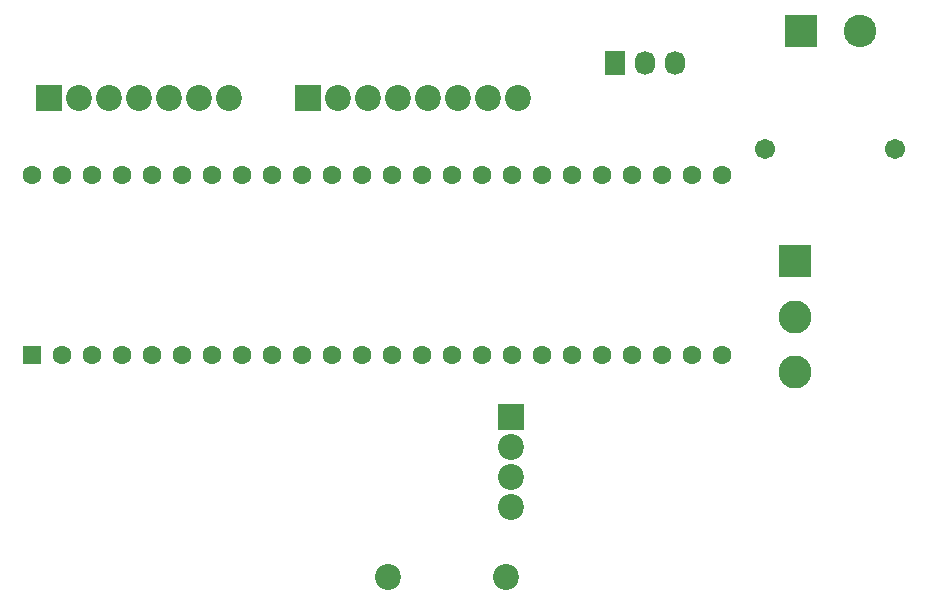
<source format=gbr>
%TF.GenerationSoftware,KiCad,Pcbnew,7.0.8*%
%TF.CreationDate,2024-02-12T15:09:04-05:00*%
%TF.ProjectId,wasabi(PCBlayout),77617361-6269-4285-9043-426c61796f75,rev?*%
%TF.SameCoordinates,Original*%
%TF.FileFunction,Soldermask,Bot*%
%TF.FilePolarity,Negative*%
%FSLAX46Y46*%
G04 Gerber Fmt 4.6, Leading zero omitted, Abs format (unit mm)*
G04 Created by KiCad (PCBNEW 7.0.8) date 2024-02-12 15:09:04*
%MOMM*%
%LPD*%
G01*
G04 APERTURE LIST*
G04 Aperture macros list*
%AMRoundRect*
0 Rectangle with rounded corners*
0 $1 Rounding radius*
0 $2 $3 $4 $5 $6 $7 $8 $9 X,Y pos of 4 corners*
0 Add a 4 corners polygon primitive as box body*
4,1,4,$2,$3,$4,$5,$6,$7,$8,$9,$2,$3,0*
0 Add four circle primitives for the rounded corners*
1,1,$1+$1,$2,$3*
1,1,$1+$1,$4,$5*
1,1,$1+$1,$6,$7*
1,1,$1+$1,$8,$9*
0 Add four rect primitives between the rounded corners*
20,1,$1+$1,$2,$3,$4,$5,0*
20,1,$1+$1,$4,$5,$6,$7,0*
20,1,$1+$1,$6,$7,$8,$9,0*
20,1,$1+$1,$8,$9,$2,$3,0*%
G04 Aperture macros list end*
%ADD10R,1.600000X1.600000*%
%ADD11C,1.600000*%
%ADD12C,2.200000*%
%ADD13R,2.200000X2.200000*%
%ADD14R,1.730000X2.030000*%
%ADD15O,1.730000X2.030000*%
%ADD16R,2.794000X2.794000*%
%ADD17C,2.794000*%
%ADD18C,2.754000*%
%ADD19RoundRect,0.102000X-1.275000X-1.275000X1.275000X-1.275000X1.275000X1.275000X-1.275000X1.275000X0*%
%ADD20C,1.712000*%
G04 APERTURE END LIST*
D10*
%TO.C,U2*%
X134360000Y-78740000D03*
D11*
X136900000Y-78740000D03*
X139440000Y-78740000D03*
X141980000Y-78740000D03*
X144520000Y-78740000D03*
X147060000Y-78740000D03*
X149600000Y-78740000D03*
X152140000Y-78740000D03*
X154680000Y-78740000D03*
X157220000Y-78740000D03*
X159760000Y-78740000D03*
X162300000Y-78740000D03*
X164840000Y-78740000D03*
X167380000Y-78740000D03*
X169920000Y-78740000D03*
X172460000Y-78740000D03*
X175000000Y-78740000D03*
X177540000Y-78740000D03*
X180080000Y-78740000D03*
X182620000Y-78740000D03*
X185160000Y-78740000D03*
X187700000Y-78740000D03*
X190240000Y-78740000D03*
X192780000Y-78740000D03*
X192780000Y-63500000D03*
X190240000Y-63500000D03*
X187700000Y-63500000D03*
X185160000Y-63500000D03*
X182620000Y-63500000D03*
X180080000Y-63500000D03*
X177540000Y-63500000D03*
X175000000Y-63500000D03*
X172460000Y-63500000D03*
X169920000Y-63500000D03*
X167380000Y-63500000D03*
X164840000Y-63500000D03*
X162300000Y-63500000D03*
X159760000Y-63500000D03*
X157220000Y-63500000D03*
X154680000Y-63500000D03*
X152140000Y-63500000D03*
X149600000Y-63500000D03*
X147060000Y-63500000D03*
X144520000Y-63500000D03*
X141980000Y-63500000D03*
X139440000Y-63500000D03*
X136900000Y-63500000D03*
X134360000Y-63500000D03*
%TD*%
D12*
%TO.C,H2*%
X164500000Y-97500000D03*
%TD*%
%TO.C,H1*%
X174500000Y-97500000D03*
%TD*%
D13*
%TO.C,J4*%
X135800000Y-57000000D03*
D12*
X138340000Y-57000000D03*
X140880000Y-57000000D03*
X143420000Y-57000000D03*
X145960000Y-57000000D03*
X148500000Y-57000000D03*
X151040000Y-57000000D03*
%TD*%
D13*
%TO.C,J1*%
X174950000Y-83960000D03*
D12*
X174950000Y-86500000D03*
X174950000Y-89040000D03*
X174950000Y-91580000D03*
%TD*%
D14*
%TO.C,J2*%
X183800000Y-54000000D03*
D15*
X186340000Y-54000000D03*
X188880000Y-54000000D03*
%TD*%
D13*
%TO.C,J5*%
X157800000Y-57000000D03*
D12*
X160340000Y-57000000D03*
X162880000Y-57000000D03*
X165420000Y-57000000D03*
X167960000Y-57000000D03*
X170500000Y-57000000D03*
X173040000Y-57000000D03*
X175580000Y-57000000D03*
%TD*%
D16*
%TO.C,U4*%
X199000000Y-70801000D03*
D17*
X199000000Y-75500000D03*
X199000000Y-80199000D03*
%TD*%
D18*
%TO.C,J3*%
X204500000Y-51294250D03*
D19*
X199500000Y-51294250D03*
D20*
X207500000Y-61294250D03*
X196500000Y-61294250D03*
%TD*%
M02*

</source>
